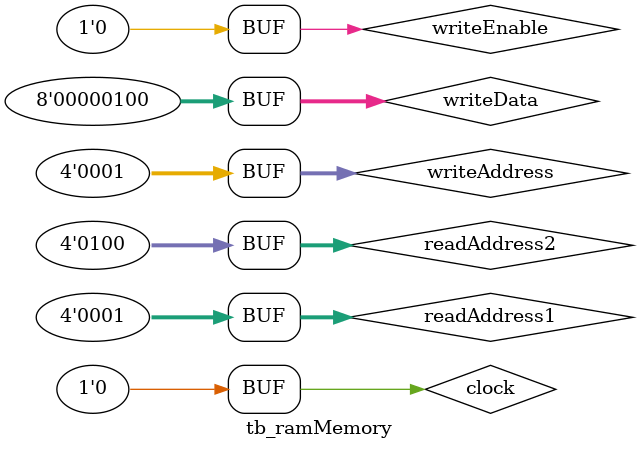
<source format=sv>
module tb_ramMemory();

	logic clock, writeEnable;
	logic [3:0] writeAddress;
	logic [7:0] writeData; 
	logic [3:0] readAddress1;
	logic [3:0] readAddress2;
	logic [7:0] readData1; 
	logic [7:0] readData2;
	
	ramMemory ram(clock, writeEnable, writeAddress, writeData, readAddress1, readAddress2,
				  readData1, readData2);
				  
	initial
		begin
		writeEnable = 1; writeAddress = 4'b0000;
		writeData = 8'b00_000_001; #10
		
		writeAddress = 4'b0001; 
		writeData = 8'b00_000_100; #10
		
		readAddress1 = 4'b0001; #10 readAddress2 = 4'b0100; #10
		
		
		writeEnable = 0;
		end
		
	always // no sensitivity list, so it always executes
		begin
		clock <= 1; #5; clock <= 0; #5;
		end
		
	endmodule
</source>
